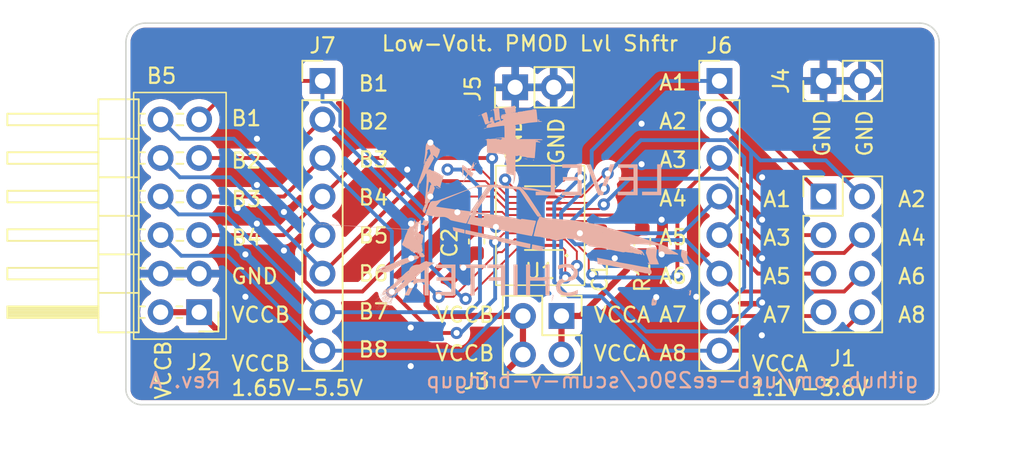
<source format=kicad_pcb>
(kicad_pcb (version 20221018) (generator pcbnew)
  (layers (0 "F.Cu" signal) (31 "B.Cu" signal) (34 "B.Paste" user) (35 "F.Paste" user) (36 "B.SilkS" user "B.Silkscreen") (37 "F.SilkS" user "F.Silkscreen") (38 "B.Mask" user) (39 "F.Mask" user) (44 "Edge.Cuts" user))
  (net 0 "")
  (net 1 "/VCCA")
  (net 2 "GND")
  (net 3 "/VCCB")
  (net 4 "/A1")
  (net 5 "/A2")
  (net 6 "/A3")
  (net 7 "/A4")
  (net 8 "/A5")
  (net 9 "/A6")
  (net 10 "/A7")
  (net 11 "/A8")
  (net 12 "/B1")
  (net 13 "/B2")
  (net 14 "/B3")
  (net 15 "/B4")
  (net 16 "/B5")
  (net 17 "/B6")
  (net 18 "/B7")
  (net 19 "/B8")
  (footprint "Connector_PinHeader_2.54mm:PinHeader_1x02_P2.54mm_Vertical" (layer "F.Cu") (at 149.86 53.76 90)
    (fp_text reference "J5" (at -0.088 -2.794 270) (layer "F.SilkS"))
    (fp_text value "Conn_01x02")
    (pad "1" thru_hole rect (at 0 0 90) (size 1.7 1.7) (drill 1) (layers "*.Cu" "*.Mask") (net 2 "GND"))
    (pad "2" thru_hole oval (at 0 2.54 90) (size 1.7 1.7) (drill 1) (layers "*.Cu" "*.Mask") (net 2 "GND"))
  )
  (footprint "Connector_PinHeader_2.54mm:PinHeader_2x02_P2.54mm_Vertical" (layer "F.Cu") (at 152.913 68.829 -90)
    (fp_text reference "J3" (at 4.323 5.593 -180) (layer "F.SilkS"))
    (fp_text value "Conn_02x02_Odd_Even")
    (pad "1" thru_hole rect (at 0 0 270) (size 1.7 1.7) (drill 1) (layers "*.Cu" "*.Mask") (net 1 "/VCCA"))
    (pad "2" thru_hole oval (at 2.54 0 270) (size 1.7 1.7) (drill 1) (layers "*.Cu" "*.Mask") (net 1 "/VCCA"))
    (pad "3" thru_hole oval (at 0 2.54 270) (size 1.7 1.7) (drill 1) (layers "*.Cu" "*.Mask") (net 3 "/VCCB"))
    (pad "4" thru_hole oval (at 2.54 2.54 270) (size 1.7 1.7) (drill 1) (layers "*.Cu" "*.Mask") (net 3 "/VCCB"))
  )
  (footprint "Connector_PinHeader_2.54mm:PinHeader_1x08_P2.54mm_Vertical" (layer "F.Cu") (at 137.16 53.34)
    (fp_text reference "J7" (at 0 -2.33) (layer "F.SilkS"))
    (fp_text value "Conn_01x08")
    (pad "1" thru_hole rect (at 0 0) (size 1.7 1.7) (drill 1) (layers "*.Cu" "*.Mask") (net 12 "/B1"))
    (pad "2" thru_hole oval (at 0 2.54) (size 1.7 1.7) (drill 1) (layers "*.Cu" "*.Mask") (net 13 "/B2"))
    (pad "3" thru_hole oval (at 0 5.08) (size 1.7 1.7) (drill 1) (layers "*.Cu" "*.Mask") (net 14 "/B3"))
    (pad "4" thru_hole oval (at 0 7.62) (size 1.7 1.7) (drill 1) (layers "*.Cu" "*.Mask") (net 15 "/B4"))
    (pad "5" thru_hole oval (at 0 10.16) (size 1.7 1.7) (drill 1) (layers "*.Cu" "*.Mask") (net 16 "/B5"))
    (pad "6" thru_hole oval (at 0 12.7) (size 1.7 1.7) (drill 1) (layers "*.Cu" "*.Mask") (net 17 "/B6"))
    (pad "7" thru_hole oval (at 0 15.24) (size 1.7 1.7) (drill 1) (layers "*.Cu" "*.Mask") (net 18 "/B7"))
    (pad "8" thru_hole oval (at 0 17.78) (size 1.7 1.7) (drill 1) (layers "*.Cu" "*.Mask") (net 19 "/B8"))
  )
  (footprint "Connector_PinHeader_2.54mm:PinHeader_2x04_P2.54mm_Vertical" (layer "F.Cu") (at 170.18 60.96)
    (fp_text reference "J1" (at 1.27 10.668) (layer "F.SilkS"))
    (fp_text value "Conn_02x04_Counter_Clockwise")
    (pad "1" thru_hole rect (at 0 0) (size 1.7 1.7) (drill 1) (layers "*.Cu" "*.Mask") (net 4 "/A1"))
    (pad "2" thru_hole oval (at 2.54 0) (size 1.7 1.7) (drill 1) (layers "*.Cu" "*.Mask") (net 5 "/A2"))
    (pad "3" thru_hole oval (at 0 2.54) (size 1.7 1.7) (drill 1) (layers "*.Cu" "*.Mask") (net 6 "/A3"))
    (pad "4" thru_hole oval (at 2.54 2.54) (size 1.7 1.7) (drill 1) (layers "*.Cu" "*.Mask") (net 7 "/A4"))
    (pad "5" thru_hole oval (at 0 5.08) (size 1.7 1.7) (drill 1) (layers "*.Cu" "*.Mask") (net 8 "/A5"))
    (pad "6" thru_hole oval (at 2.54 5.08) (size 1.7 1.7) (drill 1) (layers "*.Cu" "*.Mask") (net 9 "/A6"))
    (pad "7" thru_hole oval (at 0 7.62) (size 1.7 1.7) (drill 1) (layers "*.Cu" "*.Mask") (net 10 "/A7"))
    (pad "8" thru_hole oval (at 2.54 7.62) (size 1.7 1.7) (drill 1) (layers "*.Cu" "*.Mask") (net 11 "/A8"))
  )
  (footprint "Capacitor_SMD:C_0603_1608Metric" (layer "F.Cu") (at 147.32 63.92 -90)
    (fp_text reference "C2" (at 0.088 1.778 90) (layer "F.SilkS"))
    (fp_text value "0.1 uF")
    (pad "1" smd roundrect (at -0.775 0 270) (size 0.9 0.95) (layers "F.Cu" "F.Paste" "F.Mask") (net 3 "/VCCB"))
    (pad "2" smd roundrect (at 0.775 0 270) (size 0.9 0.95) (layers "F.Cu" "F.Paste" "F.Mask") (net 2 "GND"))
  )
  (footprint "Capacitor_SMD:C_0603_1608Metric" (layer "F.Cu") (at 155.448 64.008 -90)
    (fp_text reference "C1" (at 2.286 0 90) (layer "F.SilkS"))
    (fp_text value "0.1 uF")
    (pad "1" smd roundrect (at -0.775 0 270) (size 0.9 0.95) (layers "F.Cu" "F.Paste" "F.Mask") (net 1 "/VCCA"))
    (pad "2" smd roundrect (at 0.775 0 270) (size 0.9 0.95) (layers "F.Cu" "F.Paste" "F.Mask") (net 2 "GND"))
  )
  (footprint "Resistor_SMD:R_0603_1608Metric" (layer "F.Cu") (at 158.242 63.945 -90)
    (fp_text reference "R1" (at 2.349 0 90) (layer "F.SilkS"))
    (fp_text value "50K")
    (pad "1" smd roundrect (at -0.825 0 270) (size 0.8 0.95) (layers "F.Cu" "F.Paste" "F.Mask") (net 1 "/VCCA"))
    (pad "2" smd roundrect (at 0.825 0 270) (size 0.8 0.95) (layers "F.Cu" "F.Paste" "F.Mask") (net 2 "GND"))
  )
  (footprint "Package_SON:USON-20_2x4mm_P0.4mm" (layer "F.Cu") (at 151.5 62.38 180)
    (fp_text reference "U1" (at 0 -3.5) (layer "F.SilkS"))
    (fp_text value "TXB0108DQSR")
    (pad "1" smd rect (at -0.85 -1.8 90) (size 0.2 1.1) (layers "F.Cu" "F.Paste" "F.Mask") (net 4 "/A1"))
    (pad "2" smd rect (at -0.9 -1.4 90) (size 0.2 1) (layers "F.Cu" "F.Paste" "F.Mask") (net 5 "/A2"))
    (pad "3" smd rect (at -0.9 -1 90) (size 0.2 1) (layers "F.Cu" "F.Paste" "F.Mask") (net 6 "/A3"))
    (pad "4" smd rect (at -0.9 -0.6 90) (size 0.2 1) (layers "F.Cu" "F.Paste" "F.Mask") (net 7 "/A4"))
    (pad "5" smd rect (at -0.9 -0.2 90) (size 0.2 1) (layers "F.Cu" "F.Paste" "F.Mask") (net 1 "/VCCA"))
    (pad "6" smd rect (at -0.9 0.2 90) (size 0.2 1) (layers "F.Cu" "F.Paste" "F.Mask") (net 1 "/VCCA"))
    (pad "7" smd rect (at -0.9 0.6 90) (size 0.2 1) (layers "F.Cu" "F.Paste" "F.Mask") (net 8 "/A5"))
    (pad "8" smd rect (at -0.9 1 90) (size 0.2 1) (layers "F.Cu" "F.Paste" "F.Mask") (net 9 "/A6"))
    (pad "9" smd rect (at -0.9 1.4 90) (size 0.2 1) (layers "F.Cu" "F.Paste" "F.Mask") (net 10 "/A7"))
    (pad "10" smd rect (at -0.9 1.8 90) (size 0.2 1) (layers "F.Cu" "F.Paste" "F.Mask") (net 11 "/A8"))
    (pad "11" smd rect (at 0.9 1.8 90) (size 0.2 1) (layers "F.Cu" "F.Paste" "F.Mask") (net 19 "/B8"))
    (pad "12" smd rect (at 0.9 1.4 90) (size 0.2 1) (layers "F.Cu" "F.Paste" "F.Mask") (net 18 "/B7"))
    (pad "13" smd rect (at 0.9 1 90) (size 0.2 1) (layers "F.Cu" "F.Paste" "F.Mask") (net 17 "/B6"))
    (pad "14" smd rect (at 0.9 0.6 90) (size 0.2 1) (layers "F.Cu" "F.Paste" "F.Mask") (net 16 "/B5"))
    (pad "15" smd rect (at 0.9 0.2 90) (size 0.2 1) (layers "F.Cu" "F.Paste" "F.Mask") (net 2 "GND"))
    (pad "16" smd rect (at 0.9 -0.2 90) (size 0.2 1) (layers "F.Cu" "F.Paste" "F.Mask") (net 3 "/VCCB"))
    (pad "17" smd rect (at 0.9 -0.6 90) (size 0.2 1) (layers "F.Cu" "F.Paste" "F.Mask") (net 15 "/B4"))
    (pad "18" smd rect (at 0.9 -1 90) (size 0.2 1) (layers "F.Cu" "F.Paste" "F.Mask") (net 14 "/B3"))
    (pad "19" smd rect (at 0.9 -1.4 90) (size 0.2 1) (layers "F.Cu" "F.Paste" "F.Mask") (net 13 "/B2"))
    (pad "20" smd rect (at 0.9 -1.8 90) (size 0.2 1) (layers "F.Cu" "F.Paste" "F.Mask") (net 12 "/B1"))
  )
  (footprint "Connector_PinHeader_2.54mm:PinHeader_1x02_P2.54mm_Vertical" (layer "F.Cu") (at 170.18 53.34 90)
    (fp_text reference "J4" (at 0 -2.794 90) (layer "F.SilkS"))
    (fp_text value "Conn_01x02")
    (pad "1" thru_hole rect (at 0 0 90) (size 1.7 1.7) (drill 1) (layers "*.Cu" "*.Mask") (net 2 "GND"))
    (pad "2" thru_hole oval (at 0 2.54 90) (size 1.7 1.7) (drill 1) (layers "*.Cu" "*.Mask") (net 2 "GND"))
  )
  (footprint "Connector_PinHeader_2.54mm:PinHeader_1x08_P2.54mm_Vertical" (layer "F.Cu") (at 163.322 53.34)
    (fp_text reference "J6" (at 0 -2.33) (layer "F.SilkS"))
    (fp_text value "Conn_01x08")
    (pad "1" thru_hole rect (at 0 0) (size 1.7 1.7) (drill 1) (layers "*.Cu" "*.Mask") (net 4 "/A1"))
    (pad "2" thru_hole oval (at 0 2.54) (size 1.7 1.7) (drill 1) (layers "*.Cu" "*.Mask") (net 5 "/A2"))
    (pad "3" thru_hole oval (at 0 5.08) (size 1.7 1.7) (drill 1) (layers "*.Cu" "*.Mask") (net 6 "/A3"))
    (pad "4" thru_hole oval (at 0 7.62) (size 1.7 1.7) (drill 1) (layers "*.Cu" "*.Mask") (net 7 "/A4"))
    (pad "5" thru_hole oval (at 0 10.16) (size 1.7 1.7) (drill 1) (layers "*.Cu" "*.Mask") (net 8 "/A5"))
    (pad "6" thru_hole oval (at 0 12.7) (size 1.7 1.7) (drill 1) (layers "*.Cu" "*.Mask") (net 9 "/A6"))
    (pad "7" thru_hole oval (at 0 15.24) (size 1.7 1.7) (drill 1) (layers "*.Cu" "*.Mask") (net 10 "/A7"))
    (pad "8" thru_hole oval (at 0 17.78) (size 1.7 1.7) (drill 1) (layers "*.Cu" "*.Mask") (net 11 "/A8"))
  )
  (footprint "Connector_PinHeader_2.54mm:PinHeader_2x06_P2.54mm_Horizontal" (layer "F.Cu") (at 129.032 68.58 180)
    (fp_text reference "J2" (at 0 -3.302) (layer "F.SilkS"))
    (fp_text value "Conn_01x12")
    (pad "1" thru_hole rect (at 0 0 180) (size 1.7 1.7) (drill 1) (layers "*.Cu" "*.Mask") (net 3 "/VCCB"))
    (pad "2" thru_hole oval (at 2.54 0 180) (size 1.7 1.7) (drill 1) (layers "*.Cu" "*.Mask") (net 3 "/VCCB"))
    (pad "3" thru_hole oval (at 0 2.54 180) (size 1.7 1.7) (drill 1) (layers "*.Cu" "*.Mask") (net 2 "GND"))
    (pad "4" thru_hole oval (at 2.54 2.54 180) (size 1.7 1.7) (drill 1) (layers "*.Cu" "*.Mask") (net 2 "GND"))
    (pad "5" thru_hole oval (at 0 5.08 180) (size 1.7 1.7) (drill 1) (layers "*.Cu" "*.Mask") (net 15 "/B4"))
    (pad "6" thru_hole oval (at 2.54 5.08 180) (size 1.7 1.7) (drill 1) (layers "*.Cu" "*.Mask") (net 19 "/B8"))
    (pad "7" thru_hole oval (at 0 7.62 180) (size 1.7 1.7) (drill 1) (layers "*.Cu" "*.Mask") (net 14 "/B3"))
    (pad "8" thru_hole oval (at 2.54 7.62 180) (size 1.7 1.7) (drill 1) (layers "*.Cu" "*.Mask") (net 18 "/B7"))
    (pad "9" thru_hole oval (at 0 10.16 180) (size 1.7 1.7) (drill 1) (layers "*.Cu" "*.Mask") (net 13 "/B2"))
    (pad "10" thru_hole oval (at 2.54 10.16 180) (size 1.7 1.7) (drill 1) (layers "*.Cu" "*.Mask") (net 17 "/B6"))
    (pad "11" thru_hole oval (at 0 12.7 180) (size 1.7 1.7) (drill 1) (layers "*.Cu" "*.Mask") (net 12 "/B1"))
    (pad "12" thru_hole oval (at 2.54 12.7 180) (size 1.7 1.7) (drill 1) (layers "*.Cu" "*.Mask") (net 16 "/B5"))
  )
  (footprint "LOGO" (layer "B.Cu") (at 151.209456 62.315604 180)
    (fp_text reference "" hide)
    (fp_text value "LOGO" hide)
  )
  (gr_rect (start 124.714 54.102) (end 130.81 70.358) (stroke (width 0.1016)) (fill none) (layer "F.SilkS"))
  (gr_rect (start 148.59 58.928) (end 154.432 66.802) (stroke (width 0.1016)) (fill none) (layer "F.SilkS"))
  (gr_arc (start 124.206 50.8) (mid 124.577974 49.901974) (end 125.476 49.53) (stroke (width 0.1)) (layer "Edge.Cuts"))
  (gr_arc (start 125.222 74.676) (mid 124.50358 74.37842) (end 124.206 73.66) (stroke (width 0.1)) (layer "Edge.Cuts"))
  (gr_arc (start 176.53 49.53) (mid 177.428026 49.901974) (end 177.8 50.8) (stroke (width 0.1)) (layer "Edge.Cuts"))
  (gr_line (start 125.222 74.676) (end 176.784 74.676) (stroke (width 0.1)) (layer "Edge.Cuts"))
  (gr_line (start 124.206 50.8) (end 124.206 73.66) (stroke (width 0.1)) (layer "Edge.Cuts"))
  (gr_line (start 177.8 50.8) (end 177.8 73.66) (stroke (width 0.1)) (layer "Edge.Cuts"))
  (gr_line (start 125.476 49.53) (end 176.53 49.53) (stroke (width 0.1)) (layer "Edge.Cuts"))
  (gr_arc (start 177.8 73.66) (mid 177.50242 74.37842) (end 176.784 74.676) (stroke (width 0.1)) (layer "Edge.Cuts"))
  (gr_text "github.com/ucb-ee290c/scum-v-bringup" (at 176.53 73.66) (layer "B.SilkS") (effects (font (size 1 1)) (justify left bottom mirror)))
  (gr_text "LEVEL" (at 159.766 61.214) (layer "B.SilkS") (effects (font (size 2 2) (thickness 0.15) italic) (justify left bottom mirror)))
  (gr_text "SHIFTER" (at 154.178 67.818) (layer "B.SilkS") (effects (font (size 2 2) (thickness 0.15) italic) (justify left bottom mirror)))
  (gr_text "Rev. A\n" (at 130.556 73.66) (layer "B.SilkS") (effects (font (size 1 1)) (justify left bottom mirror)))
  (gr_text "VCCB" (at 144.526 69.342) (layer "F.SilkS") (effects (font (size 1 1)) (justify left bottom)))
  (gr_text "A6\n" (at 175.006 66.802) (layer "F.SilkS") (effects (font (size 1 1)) (justify left bottom)))
  (gr_text "VCCB\n1.65V-5.5V\n" (at 131.064 74.168) (layer "F.SilkS") (effects (font (size 1 1)) (justify left bottom)))
  (gr_text "GND" (at 153.162 58.928 90) (layer "F.SilkS") (effects (font (size 1 1)) (justify left bottom)))
  (gr_text "A4\n" (at 159.258 61.680531) (layer "F.SilkS") (effects (font (size 1 1)) (justify left bottom)))
  (gr_text "VCCB" (at 144.526 71.882) (layer "F.SilkS") (effects (font (size 1 1)) (justify left bottom)))
  (gr_text "A5" (at 166.116 66.802) (layer "F.SilkS") (effects (font (size 1 1)) (justify left bottom)))
  (gr_text "B1" (at 139.446 54.102) (layer "F.SilkS") (effects (font (size 1 1)) (justify left bottom)))
  (gr_text "VCCA" (at 154.94 71.882) (layer "F.SilkS") (effects (font (size 1 1)) (justify left bottom)))
  (gr_text "VCCB" (at 127.254 74.422 90) (layer "F.SilkS") (effects (font (size 1 1)) (justify left bottom)))
  (gr_text "B4\n" (at 139.446 61.613142) (layer "F.SilkS") (effects (font (size 1 1)) (justify left bottom)))
  (gr_text "VCCA\n1.1V-3.6V\n" (at 165.354 74.168) (layer "F.SilkS") (effects (font (size 1 1)) (justify left bottom)))
  (gr_text "GND" (at 170.688 58.42 90) (layer "F.SilkS") (effects (font (size 1 1)) (justify left bottom)))
  (gr_text "A8" (at 175.006 69.342) (layer "F.SilkS") (effects (font (size 1 1)) (justify left bottom)))
  (gr_text "B2\n" (at 131.064 59.182) (layer "F.SilkS") (effects (font (size 1 1)) (justify left bottom)))
  (gr_text "Low-Volt. PMOD Lvl Shftr" (at 140.97 51.4604) (layer "F.SilkS") (effects (font (size 1 1)) (justify left bottom)))
  (gr_text "B2\n" (at 139.446 56.605714) (layer "F.SilkS") (effects (font (size 1 1)) (justify left bottom)))
  (gr_text "B5" (at 139.446 64.116856) (layer "F.SilkS") (effects (font (size 1 1)) (justify left bottom)))
  (gr_text "A2\n" (at 159.258 56.579797) (layer "F.SilkS") (effects (font (size 1 1)) (justify left bottom)))
  (gr_text "VCCA\n" (at 154.94 69.342) (layer "F.SilkS") (effects (font (size 1 1)) (justify left bottom)))
  (gr_text "B6\n" (at 139.446 66.62057) (layer "F.SilkS") (effects (font (size 1 1)) (justify left bottom)))
  (gr_text "A1\n" (at 166.116 61.722) (layer "F.SilkS") (effects (font (size 1 1)) (justify left bottom)))
  (gr_text "A3\n" (at 159.258 59.130164) (layer "F.SilkS") (effects (font (size 1 1)) (justify left bottom)))
  (gr_text "B4\n" (at 131.064 64.262) (layer "F.SilkS") (effects (font (size 1 1)) (justify left bottom)))
  (gr_text "GND" (at 150.368 58.928 90) (layer "F.SilkS") (effects (font (size 1 1)) (justify left bottom)))
  (gr_text "B1" (at 131.064 56.388) (layer "F.SilkS") (effects (font (size 1 1)) (justify left bottom)))
  (gr_text "A3\n" (at 166.116 64.262) (layer "F.SilkS") (effects (font (size 1 1)) (justify left bottom)))
  (gr_text "B3\n" (at 139.446 59.109428) (layer "F.SilkS") (effects (font (size 1 1)) (justify left bottom)))
  (gr_text "B5" (at 125.476 53.594) (layer "F.SilkS") (effects (font (size 1 1)) (justify left bottom)))
  (gr_text "A2\n" (at 175.006 61.722) (layer "F.SilkS") (effects (font (size 1 1)) (justify left bottom)))
  (gr_text "A5" (at 159.258 64.230898) (layer "F.SilkS") (effects (font (size 1 1)) (justify left bottom)))
  (gr_text "A6\n" (at 159.258 66.781265) (layer "F.SilkS") (effects (font (size 1 1)) (justify left bottom)))
  (gr_text "B7" (at 139.446 69.124284) (layer "F.SilkS") (effects (font (size 1 1)) (justify left bottom)))
  (gr_text "GND" (at 173.482 58.42 90) (layer "F.SilkS") (effects (font (size 1 1)) (justify left bottom)))
  (gr_text "B8" (at 139.446 71.628) (layer "F.SilkS") (effects (font (size 1 1)) (justify left bottom)))
  (gr_text "VCCB" (at 131.064 69.342) (layer "F.SilkS") (effects (font (size 1 1)) (justify left bottom)))
  (gr_text "A1" (at 159.258 54.02943) (layer "F.SilkS") (effects (font (size 1 1)) (justify left bottom)))
  (gr_text "A7" (at 159.258 69.331632) (layer "F.SilkS") (effects (font (size 1 1)) (justify left bottom)))
  (gr_text "A8" (at 159.258 71.882) (layer "F.SilkS") (effects (font (size 1 1)) (justify left bottom)))
  (gr_text "." (at 152.908 65.024) (layer "F.SilkS") (effects (font (size 1 1)) (justify left bottom)))
  (gr_text "B3\n" (at 131.064 61.722) (layer "F.SilkS") (effects (font (size 1 1)) (justify left bottom)))
  (gr_text "GND" (at 131.064 66.802) (layer "F.SilkS") (effects (font (size 1 1)) (justify left bottom)))
  (gr_text "A7" (at 166.116 69.342) (layer "F.SilkS") (effects (font (size 1 1)) (justify left bottom)))
  (gr_text "A4\n" (at 175.006 64.262) (layer "F.SilkS") (effects (font (size 1 1)) (justify left bottom)))
  (segment (start 154.1694 68.829) (end 157.226 65.7724) (width 0.4064) (layer "F.Cu") (net 1))
  (segment (start 152.4 62.58) (end 154.795 62.58) (width 0.127) (layer "F.Cu") (net 1))
  (segment (start 158.242 63.12) (end 157.3036 62.1816) (width 0.2032) (layer "F.Cu") (net 1))
  (segment (start 152.913 68.829) (end 154.1694 68.829) (width 0.4064) (layer "F.Cu") (net 1))
  (segment (start 156.7434 63.373) (end 155.588 63.373) (width 0.4064) (layer "F.Cu") (net 1))
  (segment (start 157.226 63.373) (end 156.7434 63.373) (width 0.4064) (layer "F.Cu") (net 1))
  (segment (start 152.913 71.369) (end 152.913 68.829) (width 0.4064) (layer "F.Cu") (net 1))
  (segment (start 157.989 63.373) (end 158.242 63.12) (width 0.4064) (layer "F.Cu") (net 1))
  (segment (start 157.226 65.7724) (end 157.226 63.373) (width 0.4064) (layer "F.Cu") (net 1))
  (segment (start 157.3036 62.1816) (end 152.4 62.1816) (width 0.2032) (layer "F.Cu") (net 1))
  (segment (start 154.795 62.58) (end 155.448 63.233) (width 0.127) (layer "F.Cu") (net 1))
  (segment (start 155.588 63.373) (end 155.448 63.233) (width 0.4064) (layer "F.Cu") (net 1))
  (segment (start 156.7434 63.373) (end 157.989 63.373) (width 0.4064) (layer "F.Cu") (net 1))
  (segment (start 146.442781 65.647219) (end 146.442781 65.572219) (width 0.4064) (layer "F.Cu") (net 2))
  (segment (start 150.6 62.18) (end 149.211196 62.18) (width 0.127) (layer "F.Cu") (net 2))
  (segment (start 155.448 64.783) (end 156.1823 64.783) (width 0.4064) (layer "F.Cu") (net 2))
  (segment (start 156.1823 64.783) (end 156.4233 65.024) (width 0.4064) (layer "F.Cu") (net 2))
  (segment (start 149.211196 62.18) (end 149.00183 61.970634) (width 0.127) (layer "F.Cu") (net 2))
  (segment (start 146.442781 65.572219) (end 147.32 64.695) (width 0.4064) (layer "F.Cu") (net 2))
  (segment (start 149.00183 61.970634) (end 146.071863 61.970634) (width 0.127) (layer "F.Cu") (net 2))
  (segment (start 146.071863 61.970634) (end 146.05 61.992497) (width 0.127) (layer "F.Cu") (net 2))
  (via (at 166.1335 67.9435) (size 0.8) (drill 0.4) (layers "F.Cu" "B.Cu") (net 2))
  (via (at 159.512 62.484) (size 0.8) (drill 0.4) (layers "F.Cu" "B.Cu") (net 2))
  (via (at 134.62 61.976) (size 0.8) (drill 0.4) (layers "F.Cu" "B.Cu") (net 2))
  (via (at 161.798 67.564) (size 0.8) (drill 0.4) (layers "F.Cu" "B.Cu") (net 2))
  (via (at 158.1912 58.8264) (size 0.8) (drill 0.4) (layers "F.Cu" "B.Cu") (net 2))
  (via (at 159.1564 67.5894) (size 0.8) (drill 0.4) (layers "F.Cu" "B.Cu") (net 2))
  (via (at 166.116 70.104) (size 0.8) (drill 0.4) (layers "F.Cu" "B.Cu") (net 2))
  (via (at 143.002 66.802) (size 0.8) (drill 0.4) (layers "F.Cu" "B.Cu") (net 2))
  (via (at 146.05 61.992497) (size 0.8) (drill 0.4) (layers "F.Cu" "B.Cu") (net 2))
  (via (at 134.62 64.516) (size 0.8) (drill 0.4) (layers "F.Cu" "B.Cu") (net 2))
  (via (at 144.272 57.404) (size 0.8) (drill 0.4) (layers "F.Cu" "B.Cu") (net 2))
  (via (at 144.272 60.96) (size 0.8) (drill 0.4) (layers "F.Cu" "B.Cu") (net 2))
  (via (at 142.9766 69.596) (size 0.8) (drill 0.4) (layers "F.Cu" "B.Cu") (net 2))
  (via (at 166.1335 62.484) (size 0.8) (drill 0.4) (layers "F.Cu" "B.Cu") (net 2))
  (via (at 166.1335 65.024) (size 0.8) (drill 0.4) (layers "F.Cu" "B.Cu") (net 2))
  (via (at 132.08 67.564) (size 0.8) (drill 0.4) (layers "F.Cu" "B.Cu") (net 2))
  (via (at 132.842 60.198) (size 0.8) (drill 0.4) (layers "F.Cu" "B.Cu") (net 2))
  (via (at 166.1335 59.69) (size 0.8) (drill 0.4) (layers "F.Cu" "B.Cu") (net 2))
  (via (at 158.1912 56.1594) (size 0.8) (drill 0.4) (layers "F.Cu" "B.Cu") (net 2))
  (via (at 132.836286 62.743714) (size 0.8) (drill 0.4) (layers "F.Cu" "B.Cu") (net 2))
  (via (at 132.08 64.77) (size 0.8) (drill 0.4) (layers "F.Cu" "B.Cu") (net 2))
  (via (at 146.442781 65.647219) (size 0.8) (drill 0.4) (layers "F.Cu" "B.Cu") (net 2))
  (via (at 159.512 64.77) (size 0.8) (drill 0.4) (layers "F.Cu" "B.Cu") (net 2))
  (via (at 142.9766 72.136) (size 0.8) (drill 0.4) (layers "F.Cu" "B.Cu") (net 2))
  (via (at 142.996286 62.743714) (size 0.8) (drill 0.4) (layers "F.Cu" "B.Cu") (net 2))
  (via (at 132.842 57.15) (size 0.8) (drill 0.4) (layers "F.Cu" "B.Cu") (net 2))
  (via (at 131.572 61.722) (size 0.8) (drill 0.4) (layers "F.Cu" "B.Cu") (net 2))
  (via (at 142.748 59.182) (size 0.8) (drill 0.4) (layers "F.Cu" "B.Cu") (net 2))
  (via (at 156.4233 65.024) (size 0.8) (drill 0.4) (layers "F.Cu" "B.Cu") (net 2))
  (via (at 143.007714 65.029714) (size 0.8) (drill 0.4) (layers "F.Cu" "B.Cu") (net 2))
  (segment (start 133.7056 73.2536) (end 148.4884 73.2536) (width 0.4064) (layer "F.Cu") (net 3))
  (segment (start 150.373 68.829) (end 150.373 71.369) (width 0.4064) (layer "F.Cu") (net 3))
  (segment (start 150.373 68.829) (end 144.775 68.829) (width 0.4064) (layer "F.Cu") (net 3))
  (segment (start 129.032 68.58) (end 133.7056 73.2536) (width 0.4064) (layer "F.Cu") (net 3))
  (segment (start 146.203 63.145) (end 146.05 62.992) (width 0.4064) (layer "F.Cu") (net 3))
  (segment (start 126.492 68.58) (end 129.032 68.58) (width 0.4064) (layer "F.Cu") (net 3))
  (segment (start 144.018 68.072) (end 144.018 66.447) (width 0.4064) (layer "F.Cu") (net 3))
  (segment (start 150.6 62.58) (end 149.148748 62.58) (width 0.127) (layer "F.Cu") (net 3))
  (segment (start 146.744366 62.297634) (end 146.05 62.992) (width 0.127) (layer "F.Cu") (net 3))
  (segment (start 144.775 68.829) (end 144.018 68.072) (width 0.4064) (layer "F.Cu") (net 3))
  (segment (start 148.4884 73.2536) (end 150.373 71.369) (width 0.4064) (layer "F.Cu") (net 3))
  (segment (start 144.018 66.447) (end 147.32 63.145) (width 0.4064) (layer "F.Cu") (net 3))
  (segment (start 149.148748 62.58) (end 148.866382 62.297634) (width 0.127) (layer "F.Cu") (net 3))
  (segment (start 147.32 63.145) (end 146.203 63.145) (width 0.4064) (layer "F.Cu") (net 3))
  (segment (start 148.866382 62.297634) (end 146.744366 62.297634) (width 0.127) (layer "F.Cu") (net 3))
  (segment (start 163.322 54.102) (end 163.322 53.34) (width 0.254) (layer "F.Cu") (net 4))
  (segment (start 153.162 66.294) (end 153.162 64.516) (width 0.127) (layer "F.Cu") (net 4))
  (segment (start 153.162 64.516) (end 152.826 64.18) (width 0.127) (layer "F.Cu") (net 4))
  (segment (start 152.826 64.18) (end 152.35 64.18) (width 0.127) (layer "F.Cu") (net 4))
  (segment (start 170.18 60.96) (end 163.322 54.102) (width 0.254) (layer "F.Cu") (net 4))
  (via (at 153.162 66.294) (size 0.8) (drill 0.4) (layers "F.Cu" "B.Cu") (net 4))
  (segment (start 163.322 53.34) (end 159.499866 53.34) (width 0.254) (layer "B.Cu") (net 4))
  (segment (start 152.889 66.021) (end 153.162 66.294) (width 0.254) (layer "B.Cu") (net 4))
  (segment (start 152.889 62.007134) (end 152.889 66.021) (width 0.254) (layer "B.Cu") (net 4))
  (segment (start 159.499866 53.34) (end 154.905 57.934866) (width 0.254) (layer "B.Cu") (net 4))
  (segment (start 154.905 59.991134) (end 152.889 62.007134) (width 0.254) (layer "B.Cu") (net 4))
  (segment (start 154.905 57.934866) (end 154.905 59.991134) (width 0.254) (layer "B.Cu") (net 4))
  (segment (start 153.924 65.532) (end 153.924 64.577) (width 0.127) (layer "F.Cu") (net 5))
  (segment (start 153.924 64.577) (end 153.127 63.78) (width 0.127) (layer "F.Cu") (net 5))
  (segment (start 153.127 63.78) (end 152.4 63.78) (width 0.127) (layer "F.Cu") (net 5))
  (via (at 153.924 65.532) (size 0.8) (drill 0.4) (layers "F.Cu" "B.Cu") (net 5))
  (segment (start 170.3324 58.5724) (end 166.0144 58.5724) (width 0.254) (layer "B.Cu") (net 5))
  (segment (start 165.407 57.965) (end 165.407 68.15953) (width 0.254) (layer "B.Cu") (net 5))
  (segment (start 163.322 55.88) (end 165.407 57.965) (width 0.254) (layer "B.Cu") (net 5))
  (segment (start 154.4986 66.8178) (end 153.924 66.2432) (width 0.254) (layer "B.Cu") (net 5))
  (segment (start 165.407 68.15953) (end 163.71653 69.85) (width 0.254) (layer "B.Cu") (net 5))
  (segment (start 158.477652 69.85) (end 155.445452 66.8178) (width 0.254) (layer "B.Cu") (net 5))
  (segment (start 155.445452 66.8178) (end 154.4986 66.8178) (width 0.254) (layer "B.Cu") (net 5))
  (segment (start 153.924 66.2432) (end 153.924 65.532) (width 0.254) (layer "B.Cu") (net 5))
  (segment (start 166.0144 58.5724) (end 163.322 55.88) (width 0.254) (layer "B.Cu") (net 5))
  (segment (start 172.72 60.96) (end 170.3324 58.5724) (width 0.254) (layer "B.Cu") (net 5))
  (segment (start 163.71653 69.85) (end 158.477652 69.85) (width 0.254) (layer "B.Cu") (net 5))
  (segment (start 152.4 63.38) (end 153.189448 63.38) (width 0.127) (layer "F.Cu") (net 6))
  (segment (start 160.5534 61.1886) (end 160.5534 66.167) (width 0.254) (layer "F.Cu") (net 6))
  (segment (start 154.7095 65.8603) (end 154.94 66.0908) (width 0.127) (layer "F.Cu") (net 6))
  (segment (start 154.7095 64.900052) (end 154.7095 65.8603) (width 0.127) (layer "F.Cu") (net 6))
  (segment (start 153.189448 63.38) (end 154.7095 64.900052) (width 0.127) (layer "F.Cu") (net 6))
  (segment (start 170.18 63.5) (end 168.402 63.5) (width 0.254) (layer "F.Cu") (net 6))
  (segment (start 168.402 63.5) (end 163.322 58.42) (width 0.254) (layer "F.Cu") (net 6))
  (segment (start 163.322 58.42) (end 160.5534 61.1886) (width 0.254) (layer "F.Cu") (net 6))
  (via (at 160.5534 66.167) (size 0.8) (drill 0.4) (layers "F.Cu" "B.Cu") (net 6))
  (via (at 154.94 66.0908) (size 0.8) (drill 0.4) (layers "F.Cu" "B.Cu") (net 6))
  (segment (start 155.1432 66.294) (end 154.94 66.0908) (width 0.254) (layer "B.Cu") (net 6))
  (segment (start 160.5534 66.167) (end 160.4264 66.294) (width 0.254) (layer "B.Cu") (net 6))
  (segment (start 160.4264 66.294) (end 155.1432 66.294) (width 0.254) (layer "B.Cu") (net 6))
  (segment (start 152.4 62.98) (end 153.727072 62.98) (width 0.127) (layer "F.Cu") (net 7))
  (segment (start 172.72 63.5) (end 171.543 64.677) (width 0.254) (layer "F.Cu") (net 7))
  (segment (start 171.543 64.677) (end 167.039 64.677) (width 0.254) (layer "F.Cu") (net 7))
  (segment (start 167.039 64.677) (end 163.322 60.96) (width 0.254) (layer "F.Cu") (net 7))
  (segment (start 153.727072 62.98) (end 154.123636 63.376564) (width 0.127) (layer "F.Cu") (net 7))
  (via (at 154.123636 63.376564) (size 0.8) (drill 0.4) (layers "F.Cu" "B.Cu") (net 7))
  (segment (start 163.322 60.96) (end 160.905436 63.376564) (width 0.254) (layer "B.Cu") (net 7))
  (segment (start 160.905436 63.376564) (end 154.123636 63.376564) (width 0.254) (layer "B.Cu") (net 7))
  (segment (start 155.4025 61.78) (end 155.702 61.4805) (width 0.127) (layer "F.Cu") (net 8))
  (segment (start 152.4 61.78) (end 155.4025 61.78) (width 0.127) (layer "F.Cu") (net 8))
  (segment (start 170.18 66.04) (end 165.862 66.04) (width 0.254) (layer "F.Cu") (net 8))
  (segment (start 165.862 66.04) (end 163.322 63.5) (width 0.254) (layer "F.Cu") (net 8))
  (via (at 155.702 61.4805) (size 0.8) (drill 0.4) (layers "F.Cu" "B.Cu") (net 8))
  (segment (start 164.499 62.323) (end 164.499 60.47247) (width 0.254) (layer "B.Cu") (net 8))
  (segment (start 163.322 63.5) (end 164.499 62.323) (width 0.254) (layer "B.Cu") (net 8))
  (segment (start 157.3995 59.783) (end 155.702 61.4805) (width 0.254) (layer "B.Cu") (net 8))
  (segment (start 164.499 60.47247) (end 163.80953 59.783) (width 0.254) (layer "B.Cu") (net 8))
  (segment (start 163.80953 59.783) (end 157.3995 59.783) (width 0.254) (layer "B.Cu") (net 8))
  (segment (start 171.543 67.217) (end 164.499 67.217) (width 0.254) (layer "F.Cu") (net 9))
  (segment (start 172.72 66.04) (end 171.543 67.217) (width 0.254) (layer "F.Cu") (net 9))
  (segment (start 152.4 61.38) (end 154.774 61.38) (width 0.127) (layer "F.Cu") (net 9))
  (segment (start 164.499 67.217) (end 163.322 66.04) (width 0.254) (layer "F.Cu") (net 9))
  (segment (start 154.774 61.38) (end 155.702 60.452) (width 0.127) (layer "F.Cu") (net 9))
  (via (at 155.702 60.452) (size 0.8) (drill 0.4) (layers "F.Cu" "B.Cu") (net 9))
  (segment (start 153.396636 62.757364) (end 155.702 60.452) (width 0.254) (layer "B.Cu") (net 9))
  (segment (start 154.42477 64.103564) (end 153.822502 64.103564) (width 0.254) (layer "B.Cu") (net 9))
  (segment (start 153.396636 63.677698) (end 153.396636 62.757364) (width 0.254) (layer "B.Cu") (net 9))
  (segment (start 161.103026 63.821026) (end 161.093488 63.830564) (width 0.254) (layer "B.Cu") (net 9))
  (segment (start 153.822502 64.103564) (end 153.396636 63.677698) (width 0.254) (layer "B.Cu") (net 9))
  (segment (start 154.69777 63.830564) (end 154.42477 64.103564) (width 0.254) (layer "B.Cu") (net 9))
  (segment (start 163.322 66.04) (end 161.103026 63.821026) (width 0.254) (layer "B.Cu") (net 9))
  (segment (start 161.093488 63.830564) (end 154.69777 63.830564) (width 0.254) (layer "B.Cu") (net 9))
  (segment (start 155.779669 59.436) (end 155.956 59.436) (width 0.127) (layer "F.Cu") (net 10))
  (segment (start 163.576 68.834) (end 163.322 68.58) (width 0.254) (layer "F.Cu") (net 10))
  (segment (start 170.18 68.58) (end 169.926 68.834) (width 0.254) (layer "F.Cu") (net 10))
  (segment (start 152.4 60.98) (end 154.235669 60.98) (width 0.127) (layer "F.Cu") (net 10))
  (segment (start 154.235669 60.98) (end 155.105835 60.109834) (width 0.127) (layer "F.Cu") (net 10))
  (segment (start 155.105835 60.109834) (end 155.779669 59.436) (width 0.127) (layer "F.Cu") (net 10))
  (segment (start 169.926 68.834) (end 163.576 68.834) (width 0.254) (layer "F.Cu") (net 10))
  (via (at 155.956 59.436) (size 0.8) (drill 0.4) (layers "F.Cu" "B.Cu") (net 10))
  (segment (start 164.953 66.949) (end 164.953 58.38647) (width 0.254) (layer "B.Cu") (net 10))
  (segment (start 163.322 68.58) (end 164.953 66.949) (width 0.254) (layer "B.Cu") (net 10))
  (segment (start 164.953 58.38647) (end 163.80953 57.243) (width 0.254) (layer "B.Cu") (net 10))
  (segment (start 158.149 57.243) (end 155.956 59.436) (width 0.254) (layer "B.Cu") (net 10))
  (segment (start 163.80953 57.243) (end 158.149 57.243) (width 0.254) (layer "B.Cu") (net 10))
  (segment (start 172.72 68.58) (end 170.18 71.12) (width 0.254) (layer "F.Cu") (net 11))
  (segment (start 170.18 71.12) (end 163.322 71.12) (width 0.254) (layer "F.Cu") (net 11))
  (segment (start 153.288 60.58) (end 154.178 59.69) (width 0.127) (layer "F.Cu") (net 11))
  (segment (start 152.4 60.58) (end 153.288 60.58) (width 0.127) (layer "F.Cu") (net 11))
  (via (at 154.178 59.69) (size 0.8) (drill 0.4) (layers "F.Cu" "B.Cu") (net 11))
  (segment (start 152.435 66.595134) (end 152.435 61.433) (width 0.254) (layer "B.Cu") (net 11))
  (segment (start 152.435 61.433) (end 154.178 59.69) (width 0.254) (layer "B.Cu") (net 11))
  (segment (start 159.1056 71.12) (end 155.5242 67.5386) (width 0.254) (layer "B.Cu") (net 11))
  (segment (start 163.322 71.12) (end 159.1056 71.12) (width 0.254) (layer "B.Cu") (net 11))
  (segment (start 155.5242 67.5386) (end 153.378466 67.5386) (width 0.254) (layer "B.Cu") (net 11))
  (segment (start 153.378466 67.5386) (end 152.435 66.595134) (width 0.254) (layer "B.Cu") (net 11))
  (segment (start 146.595245 67.702379) (end 146.673621 67.702379) (width 0.127) (layer "F.Cu") (net 12))
  (segment (start 150.196 64.18) (end 150.6 64.18) (width 0.127) (layer "F.Cu") (net 12))
  (segment (start 146.673621 67.702379) (end 150.196 64.18) (width 0.127) (layer "F.Cu") (net 12))
  (segment (start 131.572 53.34) (end 129.032 55.88) (width 0.254) (layer "F.Cu") (net 12))
  (segment (start 137.16 53.34) (end 131.572 53.34) (width 0.254) (layer "F.Cu") (net 12))
  (via (at 146.595245 67.702379) (size 0.8) (drill 0.4) (layers "F.Cu" "B.Cu") (net 12))
  (segment (start 138.337 56.295) (end 138.337 55.39247) (width 0.254) (layer "B.Cu") (net 12))
  (segment (start 144.272 62.23) (end 138.337 56.295) (width 0.254) (layer "B.Cu") (net 12))
  (segment (start 146.442379 67.702379) (end 144.272 65.532) (width 0.254) (layer "B.Cu") (net 12))
  (segment (start 137.64753 54.703) (end 137.16 54.703) (width 0.254) (layer "B.Cu") (net 12))
  (segment (start 146.595245 67.702379) (end 146.442379 67.702379) (width 0.254) (layer "B.Cu") (net 12))
  (segment (start 138.337 55.39247) (end 137.64753 54.703) (width 0.254) (layer "B.Cu") (net 12))
  (segment (start 144.272 65.532) (end 144.272 62.23) (width 0.254) (layer "B.Cu") (net 12))
  (segment (start 137.16 54.703) (end 137.16 53.34) (width 0.254) (layer "B.Cu") (net 12))
  (segment (start 137.16 55.88) (end 134.62 58.42) (width 0.254) (layer "F.Cu") (net 13))
  (segment (start 148.991124 64.622876) (end 148.737124 64.622876) (width 0.127) (layer "F.Cu") (net 13))
  (segment (start 148.737124 64.622876) (end 145.796 67.564) (width 0.127) (layer "F.Cu") (net 13))
  (segment (start 145.796 67.564) (end 144.8207 67.564) (width 0.127) (layer "F.Cu") (net 13))
  (segment (start 150.6 63.78) (end 149.834 63.78) (width 0.127) (layer "F.Cu") (net 13))
  (segment (start 134.62 58.42) (end 129.032 58.42) (width 0.254) (layer "F.Cu") (net 13))
  (segment (start 149.834 63.78) (end 148.991124 64.622876) (width 0.127) (layer "F.Cu") (net 13))
  (via (at 144.8207 67.564) (size 0.8) (drill 0.4) (layers "F.Cu" "B.Cu") (net 13))
  (segment (start 144.8207 67.564) (end 143.764 66.5073) (width 0.254) (layer "B.Cu") (net 13))
  (segment (start 143.764 62.484) (end 137.16 55.88) (width 0.254) (layer "B.Cu") (net 13))
  (segment (start 143.764 66.5073) (end 143.764 62.484) (width 0.254) (layer "B.Cu") (net 13))
  (segment (start 150.6 63.38) (end 149.120752 63.38) (width 0.127) (layer "F.Cu") (net 14))
  (segment (start 137.16 58.42) (end 134.62 60.96) (width 0.254) (layer "F.Cu") (net 14))
  (segment (start 134.62 60.96) (end 129.032 60.96) (width 0.254) (layer "F.Cu") (net 14))
  (segment (start 144.4498 69.9516) (end 145.9992 69.9516) (width 0.254) (layer "F.Cu") (net 14))
  (segment (start 141.732 67.2338) (end 144.4498 69.9516) (width 0.254) (layer "F.Cu") (net 14))
  (segment (start 149.120752 63.38) (end 148.541376 63.959376) (width 0.127) (layer "F.Cu") (net 14))
  (via (at 145.9992 69.9516) (size 0.8) (drill 0.4) (layers "F.Cu" "B.Cu") (net 14))
  (via (at 141.732 67.2338) (size 0.8) (drill 0.4) (layers "F.Cu" "B.Cu") (net 14))
  (via (at 148.541376 63.959376) (size 0.8) (drill 0.4) (layers "F.Cu" "B.Cu") (net 14))
  (segment (start 145.9992 69.9516) (end 146.2786 69.9516) (width 0.254) (layer "B.Cu") (net 14))
  (segment (start 146.2786 69.9516) (end 148.541376 67.688824) (width 0.254) (layer "B.Cu") (net 14))
  (segment (start 141.732 63.258134) (end 141.732 67.2338) (width 0.254) (layer "B.Cu") (net 14))
  (segment (start 137.16 58.42) (end 137.16 58.686134) (width 0.254) (layer "B.Cu") (net 14))
  (segment (start 148.541376 67.688824) (end 148.541376 63.959376) (width 0.254) (layer "B.Cu") (net 14))
  (segment (start 137.16 58.686134) (end 141.732 63.258134) (width 0.254) (layer "B.Cu") (net 14))
  (segment (start 137.16 60.96) (end 134.62 63.5) (width 0.254) (layer "F.Cu") (net 15))
  (segment (start 148.610417 62.98) (end 148.591551 62.961134) (width 0.127) (layer "F.Cu") (net 15))
  (segment (start 137.16 60.96) (end 139.7 58.42) (width 0.254) (layer "F.Cu") (net 15))
  (segment (start 139.7 58.42) (end 148.336 58.42) (width 0.254) (layer "F.Cu") (net 15))
  (segment (start 134.62 63.5) (end 129.032 63.5) (width 0.254) (layer "F.Cu") (net 15))
  (segment (start 150.6 62.98) (end 148.610417 62.98) (width 0.127) (layer "F.Cu") (net 15))
  (via (at 148.336 58.42) (size 0.8) (drill 0.4) (layers "F.Cu" "B.Cu") (net 15))
  (via (at 148.591551 62.961134) (size 0.8) (drill 0.4) (layers "F.Cu" "B.Cu") (net 15))
  (segment (start 148.336 62.705583) (end 148.591551 62.961134) (width 0.254) (layer "B.Cu") (net 15))
  (segment (start 148.336 58.42) (end 148.336 62.705583) (width 0.254) (layer "B.Cu") (net 15))
  (segment (start 139.793 67.217) (end 146.05 60.96) (width 0.254) (layer "F.Cu") (net 16))
  (segment (start 149.273644 61.78) (end 148.453644 60.96) (width 0.127) (layer "F.Cu") (net 16))
  (segment (start 150.6 61.78) (end 149.273644 61.78) (width 0.127) (layer "F.Cu") (net 16))
  (segment (start 135.983 64.677) (end 135.983 66.52753) (width 0.254) (layer "F.Cu") (net 16))
  (segment (start 136.67247 67.217) (end 139.793 67.217) (width 0.254) (layer "F.Cu") (net 16))
  (segment (start 148.453644 60.96) (end 146.05 60.96) (width 0.127) (layer "F.Cu") (net 16))
  (segment (start 135.983 66.52753) (end 136.67247 67.217) (width 0.254) (layer "F.Cu") (net 16))
  (segment (start 137.16 63.5) (end 135.983 64.677) (width 0.254) (layer "F.Cu") (net 16))
  (segment (start 127.762 57.15) (end 126.492 55.88) (width 0.254) (layer "B.Cu") (net 16))
  (segment (start 137.16 62.992) (end 131.318 57.15) (width 0.254) (layer "B.Cu") (net 16))
  (segment (start 137.16 63.5) (end 137.16 62.992) (width 0.254) (layer "B.Cu") (net 16))
  (segment (start 131.318 57.15) (end 127.762 57.15) (width 0.254) (layer "B.Cu") (net 16))
  (segment (start 143.256 59.944) (end 146.05 59.944) (width 0.254) (layer "F.Cu") (net 17))
  (segment (start 137.16 66.04) (end 143.256 59.944) (width 0.254) (layer "F.Cu") (net 17))
  (segment (start 149.336092 61.38) (end 147.900092 59.944) (width 0.127) (layer "F.Cu") (net 17))
  (segment (start 150.6 61.38) (end 149.336092 61.38) (width 0.127) (layer "F.Cu") (net 17))
  (segment (start 147.900092 59.944) (end 146.05 59.944) (width 0.127) (layer "F.Cu") (net 17))
  (segment (start 137.16 65.786) (end 131.064 59.69) (width 0.254) (layer "B.Cu") (net 17))
  (segment (start 127.762 59.69) (end 126.492 58.42) (width 0.254) (layer "B.Cu") (net 17))
  (segment (start 137.16 66.04) (end 137.16 65.786) (width 0.254) (layer "B.Cu") (net 17))
  (segment (start 131.064 59.69) (end 127.762 59.69) (width 0.254) (layer "B.Cu") (net 17))
  (segment (start 149.39854 60.98) (end 150.6 60.98) (width 0.127) (layer "F.Cu") (net 18))
  (segment (start 147.599601 59.181061) (end 149.39854 60.98) (width 0.127) (layer "F.Cu") (net 18))
  (segment (start 145.404299 59.181061) (end 147.599601 59.181061) (width 0.127) (layer "F.Cu") (net 18))
  (via (at 145.404299 59.181061) (size 0.8) (drill 0.4) (layers "F.Cu" "B.Cu") (net 18))
  (segment (start 147.539 60.404866) (end 146.315195 59.181061) (width 0.254) (layer "B.Cu") (net 18))
  (segment (start 146.315195 59.181061) (end 145.404299 59.181061) (width 0.254) (layer "B.Cu") (net 18))
  (segment (start 146.824134 68.58) (end 147.539 67.865134) (width 0.254) (layer "B.Cu") (net 18))
  (segment (start 147.539 67.865134) (end 147.539 60.404866) (width 0.254) (layer "B.Cu") (net 18))
  (segment (start 137.16 68.58) (end 146.824134 68.58) (width 0.254) (layer "B.Cu") (net 18))
  (segment (start 137.16 68.58) (end 130.717 62.137) (width 0.254) (layer "B.Cu") (net 18))
  (segment (start 127.669 62.137) (end 126.492 60.96) (width 0.254) (layer "B.Cu") (net 18))
  (segment (start 130.717 62.137) (end 127.669 62.137) (width 0.254) (layer "B.Cu") (net 18))
  (segment (start 150.6 60.58) (end 149.936164 60.58) (width 0.127) (layer "F.Cu") (net 19))
  (segment (start 149.936164 60.58) (end 149.199082 59.842918) (width 0.127) (layer "F.Cu") (net 19))
  (via (at 149.199082 59.842918) (size 0.8) (drill 0.4) (layers "F.Cu" "B.Cu") (net 19))
  (segment (start 149.318551 68.218919) (end 149.318551 59.962387) (width 0.254) (layer "B.Cu") (net 19))
  (segment (start 149.318551 59.962387) (end 149.199082 59.842918) (width 0.254) (layer "B.Cu") (net 19))
  (segment (start 137.16 71.12) (end 130.903 64.863) (width 0.254) (layer "B.Cu") (net 19))
  (segment (start 127.855 64.863) (end 126.492 63.5) (width 0.254) (layer "B.Cu") (net 19))
  (segment (start 130.903 64.863) (end 127.855 64.863) (width 0.254) (layer "B.Cu") (net 19))
  (segment (start 137.16 71.12) (end 146.41747 71.12) (width 0.254) (layer "B.Cu") (net 19))
  (segment (start 146.41747 71.12) (end 149.318551 68.218919) (width 0.254) (layer "B.Cu") (net 19))
  (zone (net 2) (net_name "GND") (layers "F&B.Cu") (connect_pads (clearance 0.5)) (min_thickness 0.25) (fill yes (thermal_gap 0.5) (thermal_bridge_width 0.5))
    (polygon (pts (xy 122.936 48.514) (xy 122.682 75.692) (xy 179.07 75.438) (xy 178.816 48.006)))
  )
)
</source>
